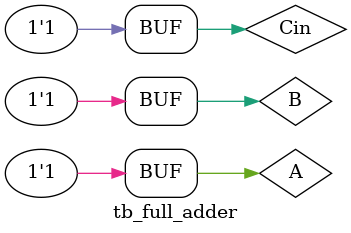
<source format=sv>
`timescale 1ns / 1ps

module tb_full_adder;
    logic A, B, Cin;
    logic Cout, S;

    full_adder dut (.A(A),.B(B),.Cin(Cin),.Cout(Cout),.S(S));
    initial begin
        
        A = 0; B = 0; Cin = 0; #5;
        A = 0; B = 0; Cin = 1; #5;
        A = 0; B = 1; Cin = 0; #5;
        A = 0; B = 1; Cin = 1; #5;
        A = 1; B = 0; Cin = 0; #5;
        A = 1; B = 0; Cin = 1; #5;
        A = 1; B = 1; Cin = 0; #5;
        A = 1; B = 1; Cin = 1; #5;
    end
endmodule

</source>
